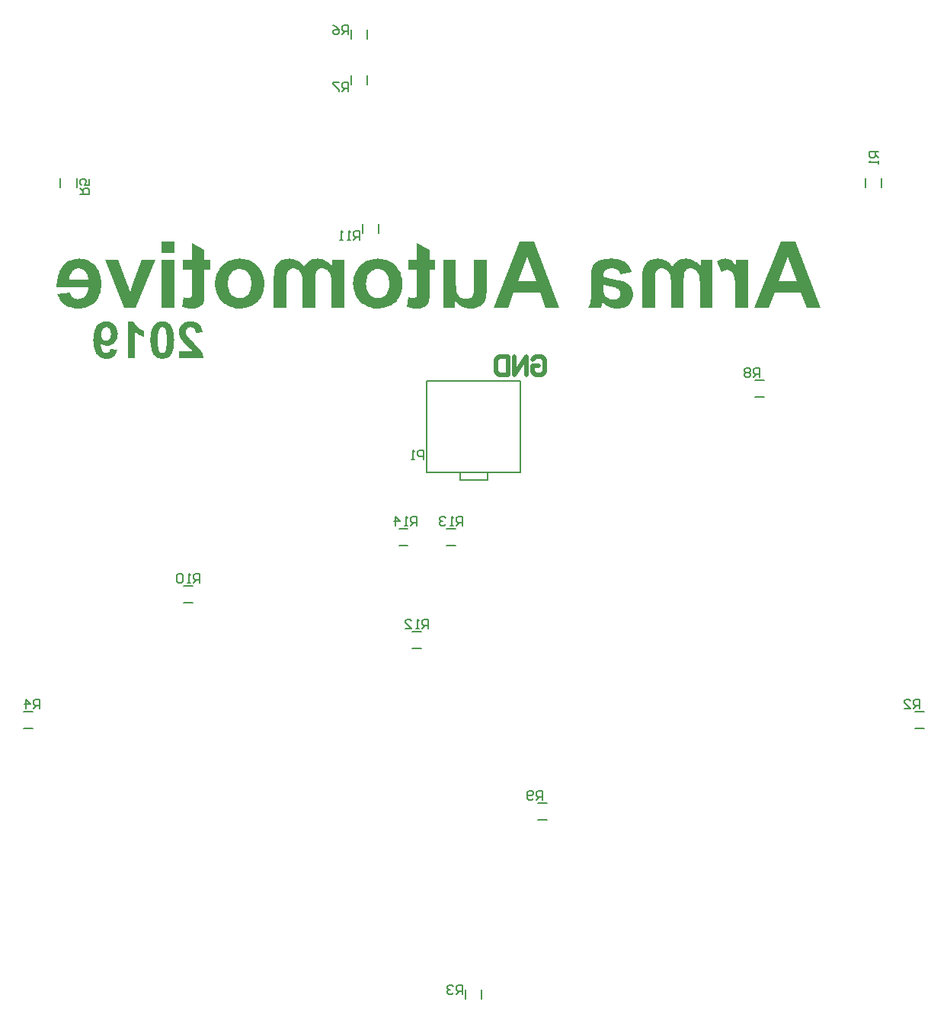
<source format=gbo>
G04*
G04 #@! TF.GenerationSoftware,Altium Limited,Altium Designer,18.1.7 (191)*
G04*
G04 Layer_Color=32896*
%FSLAX44Y44*%
%MOMM*%
G71*
G01*
G75*
%ADD10C,0.2000*%
%ADD14C,0.2032*%
%ADD46C,0.5080*%
G36*
X-332470Y264573D02*
X-346543D01*
X-346543Y277589D01*
X-332470D01*
X-332470Y264573D01*
D02*
G37*
G36*
X237881Y258542D02*
X239574Y258330D01*
X241161Y257907D01*
X242748Y257378D01*
X245499Y256002D01*
X246769Y255156D01*
X247933Y254415D01*
X248991Y253674D01*
X249944Y252828D01*
X250684Y252193D01*
X251319Y251558D01*
X251848Y250923D01*
X252272Y250500D01*
X252483Y250288D01*
X252589Y250182D01*
Y257484D01*
X265499D01*
Y204364D01*
X251425D01*
Y230077D01*
Y232723D01*
X251213Y235051D01*
X251108Y236850D01*
X250896Y238437D01*
X250684Y239495D01*
X250579Y240341D01*
X250367Y240871D01*
Y240976D01*
X249838Y242140D01*
X249309Y243199D01*
X248674Y244045D01*
X248039Y244786D01*
X247510Y245315D01*
X247087Y245738D01*
X246769Y245950D01*
X246663Y246056D01*
X245605Y246691D01*
X244653Y247114D01*
X243701Y247431D01*
X242748Y247643D01*
X242008Y247749D01*
X241373Y247854D01*
X239891D01*
X239045Y247643D01*
X238304Y247537D01*
X237669Y247325D01*
X237246Y247114D01*
X236928Y246902D01*
X236717Y246796D01*
X236611Y246691D01*
X236082Y246267D01*
X235553Y245738D01*
X234812Y244574D01*
X234600Y244151D01*
X234389Y243728D01*
X234283Y243410D01*
Y243304D01*
X234177Y242881D01*
X233965Y242246D01*
X233754Y240765D01*
X233648Y239178D01*
X233542Y237484D01*
X233436Y235897D01*
Y234627D01*
Y234098D01*
Y233675D01*
Y233463D01*
Y233358D01*
Y204364D01*
X219363D01*
Y229760D01*
Y232405D01*
X219151Y234627D01*
X219045Y236532D01*
X218834Y238119D01*
X218622Y239283D01*
X218516Y240130D01*
X218305Y240553D01*
Y240765D01*
X217775Y242035D01*
X217246Y243093D01*
X216612Y243939D01*
X215977Y244680D01*
X215448Y245315D01*
X215024Y245738D01*
X214707Y245950D01*
X214601Y246056D01*
X213649Y246691D01*
X212591Y247114D01*
X211638Y247431D01*
X210792Y247643D01*
X210051Y247749D01*
X209522Y247854D01*
X208993D01*
X207617Y247749D01*
X206347Y247431D01*
X205289Y246902D01*
X204443Y246373D01*
X203808Y245738D01*
X203384Y245315D01*
X203067Y244892D01*
X202961Y244786D01*
X202750Y244257D01*
X202432Y243728D01*
X202115Y242246D01*
X201797Y240553D01*
X201691Y238860D01*
X201586Y237273D01*
X201480Y235897D01*
Y235368D01*
Y234945D01*
Y234733D01*
Y234627D01*
Y204364D01*
X187406D01*
Y238225D01*
X187512Y240871D01*
X187618Y243199D01*
X187829Y245103D01*
X188147Y246585D01*
X188464Y247749D01*
X188676Y248595D01*
X188782Y249124D01*
X188888Y249230D01*
X189734Y250923D01*
X190686Y252299D01*
X191745Y253463D01*
X192697Y254521D01*
X193649Y255262D01*
X194390Y255791D01*
X194813Y256108D01*
X195025Y256214D01*
X196612Y257061D01*
X198305Y257590D01*
X199893Y258013D01*
X201480Y258330D01*
X202855Y258542D01*
X203914Y258648D01*
X204866D01*
X206559Y258542D01*
X208146Y258330D01*
X209628Y258013D01*
X210898Y257590D01*
X211956Y257166D01*
X212802Y256849D01*
X213331Y256637D01*
X213543Y256531D01*
X215024Y255685D01*
X216400Y254627D01*
X217670Y253569D01*
X218834Y252510D01*
X219786Y251558D01*
X220421Y250817D01*
X220844Y250288D01*
X221056Y250077D01*
X222008Y251558D01*
X223066Y252934D01*
X224125Y253992D01*
X225077Y254944D01*
X225923Y255685D01*
X226664Y256108D01*
X227087Y256426D01*
X227299Y256531D01*
X228780Y257272D01*
X230262Y257801D01*
X231743Y258119D01*
X233119Y258436D01*
X234283Y258542D01*
X235235Y258648D01*
X236082D01*
X237881Y258542D01*
D02*
G37*
G36*
X-171523Y258542D02*
X-169830Y258330D01*
X-168243Y257907D01*
X-166655Y257378D01*
X-163904Y256002D01*
X-162634Y255156D01*
X-161470Y254415D01*
X-160412Y253674D01*
X-159460Y252828D01*
X-158719Y252193D01*
X-158084Y251558D01*
X-157555Y250923D01*
X-157132Y250500D01*
X-156920Y250288D01*
X-156814Y250182D01*
Y257484D01*
X-143905D01*
Y204364D01*
X-157978D01*
Y230077D01*
Y232723D01*
X-158190Y235051D01*
X-158296Y236849D01*
X-158508Y238437D01*
X-158719Y239495D01*
X-158825Y240341D01*
X-159037Y240870D01*
Y240976D01*
X-159566Y242140D01*
X-160095Y243199D01*
X-160730Y244045D01*
X-161365Y244786D01*
X-161894Y245315D01*
X-162317Y245738D01*
X-162634Y245950D01*
X-162740Y246056D01*
X-163798Y246690D01*
X-164751Y247114D01*
X-165703Y247431D01*
X-166655Y247643D01*
X-167396Y247749D01*
X-168031Y247854D01*
X-169513D01*
X-170359Y247643D01*
X-171100Y247537D01*
X-171735Y247325D01*
X-172158Y247114D01*
X-172475Y246902D01*
X-172687Y246796D01*
X-172793Y246690D01*
X-173322Y246267D01*
X-173851Y245738D01*
X-174592Y244574D01*
X-174803Y244151D01*
X-175015Y243728D01*
X-175121Y243410D01*
Y243304D01*
X-175227Y242881D01*
X-175438Y242246D01*
X-175650Y240765D01*
X-175756Y239177D01*
X-175861Y237484D01*
X-175967Y235897D01*
Y234627D01*
Y234098D01*
Y233675D01*
Y233463D01*
Y233358D01*
Y204364D01*
X-190041D01*
Y229760D01*
Y232405D01*
X-190252Y234627D01*
X-190358Y236532D01*
X-190570Y238119D01*
X-190782Y239283D01*
X-190887Y240130D01*
X-191099Y240553D01*
Y240765D01*
X-191628Y242034D01*
X-192157Y243093D01*
X-192792Y243939D01*
X-193427Y244680D01*
X-193956Y245315D01*
X-194379Y245738D01*
X-194697Y245950D01*
X-194803Y246056D01*
X-195755Y246690D01*
X-196813Y247114D01*
X-197766Y247431D01*
X-198612Y247643D01*
X-199353Y247749D01*
X-199882Y247854D01*
X-200411D01*
X-201786Y247749D01*
X-203056Y247431D01*
X-204114Y246902D01*
X-204961Y246373D01*
X-205596Y245738D01*
X-206019Y245315D01*
X-206337Y244892D01*
X-206442Y244786D01*
X-206654Y244257D01*
X-206971Y243728D01*
X-207289Y242246D01*
X-207606Y240553D01*
X-207712Y238860D01*
X-207818Y237273D01*
X-207924Y235897D01*
Y235368D01*
Y234945D01*
Y234733D01*
Y234627D01*
Y204364D01*
X-221997D01*
Y238225D01*
X-221892Y240870D01*
X-221786Y243199D01*
X-221574Y245103D01*
X-221257Y246585D01*
X-220939Y247749D01*
X-220728Y248595D01*
X-220622Y249124D01*
X-220516Y249230D01*
X-219669Y250923D01*
X-218717Y252299D01*
X-217659Y253463D01*
X-216707Y254521D01*
X-215754Y255262D01*
X-215014Y255791D01*
X-214590Y256108D01*
X-214379Y256214D01*
X-212791Y257060D01*
X-211098Y257589D01*
X-209511Y258013D01*
X-207924Y258330D01*
X-206548Y258542D01*
X-205490Y258648D01*
X-204538D01*
X-202845Y258542D01*
X-201257Y258330D01*
X-199776Y258013D01*
X-198506Y257589D01*
X-197448Y257166D01*
X-196602Y256849D01*
X-196072Y256637D01*
X-195861Y256531D01*
X-194379Y255685D01*
X-193004Y254627D01*
X-191734Y253568D01*
X-190570Y252510D01*
X-189618Y251558D01*
X-188983Y250817D01*
X-188559Y250288D01*
X-188348Y250077D01*
X-187395Y251558D01*
X-186337Y252934D01*
X-185279Y253992D01*
X-184327Y254944D01*
X-183480Y255685D01*
X-182740Y256108D01*
X-182316Y256425D01*
X-182105Y256531D01*
X-180623Y257272D01*
X-179142Y257801D01*
X-177660Y258119D01*
X-176285Y258436D01*
X-175121Y258542D01*
X-174168Y258648D01*
X-173322D01*
X-171523Y258542D01*
D02*
G37*
G36*
X156402Y258436D02*
X158095Y258330D01*
X159577Y258013D01*
X161058Y257801D01*
X162328Y257484D01*
X163492Y257061D01*
X164550Y256743D01*
X165396Y256426D01*
X166243Y256002D01*
X166878Y255685D01*
X167513Y255473D01*
X167936Y255156D01*
X168253Y255050D01*
X168359Y254838D01*
X168465D01*
X170264Y253251D01*
X171745Y251452D01*
X173015Y249548D01*
X174073Y247749D01*
X174814Y246056D01*
X175131Y245315D01*
X175343Y244680D01*
X175555Y244151D01*
X175661Y243728D01*
X175766Y243516D01*
Y243410D01*
X163174Y241082D01*
X162645Y242352D01*
X162116Y243410D01*
X161587Y244363D01*
X160952Y245103D01*
X160529Y245632D01*
X160106Y245950D01*
X159894Y246161D01*
X159788Y246267D01*
X158942Y246796D01*
X157989Y247220D01*
X156931Y247431D01*
X155979Y247643D01*
X155132Y247749D01*
X154497Y247854D01*
X153862D01*
X151958Y247749D01*
X150371Y247537D01*
X149101Y247325D01*
X148042Y247008D01*
X147302Y246585D01*
X146773Y246373D01*
X146455Y246161D01*
X146349Y246056D01*
X145609Y245315D01*
X145080Y244468D01*
X144762Y243516D01*
X144445Y242564D01*
X144339Y241611D01*
X144233Y240871D01*
Y240447D01*
Y240236D01*
Y238860D01*
X144974Y238543D01*
X145926Y238225D01*
X147937Y237590D01*
X150265Y237061D01*
X152487Y236532D01*
X154603Y236003D01*
X155555Y235791D01*
X156402Y235686D01*
X157037Y235580D01*
X157566Y235474D01*
X157884Y235368D01*
X157989D01*
X160529Y234839D01*
X162857Y234310D01*
X164762Y233781D01*
X166349Y233252D01*
X167619Y232723D01*
X168465Y232405D01*
X168994Y232194D01*
X169206Y232088D01*
X170581Y231347D01*
X171745Y230501D01*
X172804Y229548D01*
X173544Y228702D01*
X174285Y227961D01*
X174708Y227326D01*
X175026Y226903D01*
X175131Y226691D01*
X175872Y225316D01*
X176401Y223940D01*
X176719Y222670D01*
X176930Y221400D01*
X177142Y220342D01*
X177248Y219496D01*
Y218967D01*
Y218755D01*
X177142Y217485D01*
X177036Y216321D01*
X176507Y214099D01*
X175766Y212194D01*
X174920Y210607D01*
X174073Y209337D01*
X173333Y208385D01*
X172804Y207750D01*
X172592Y207644D01*
Y207538D01*
X170687Y206057D01*
X168571Y204999D01*
X166455Y204258D01*
X164338Y203729D01*
X162539Y203412D01*
X161693Y203306D01*
X161058D01*
X160423Y203200D01*
X159682D01*
X157989Y203306D01*
X156296Y203517D01*
X154815Y203729D01*
X153545Y204046D01*
X152487Y204364D01*
X151640Y204681D01*
X151111Y204787D01*
X150900Y204893D01*
X149418Y205634D01*
X147937Y206374D01*
X146667Y207327D01*
X145503Y208173D01*
X144551Y208914D01*
X143810Y209549D01*
X143387Y209972D01*
X143175Y210078D01*
X143069Y209655D01*
X142858Y209126D01*
X142752Y208702D01*
X142646Y208597D01*
Y208491D01*
X142328Y207538D01*
X142117Y206692D01*
X141905Y205951D01*
X141693Y205422D01*
X141482Y204999D01*
X141376Y204576D01*
X141270Y204470D01*
Y204364D01*
X127408D01*
X128043Y205739D01*
X128572Y207009D01*
X128996Y208173D01*
X129419Y209231D01*
X129630Y210078D01*
X129842Y210819D01*
X129948Y211242D01*
Y211348D01*
X130160Y212723D01*
X130265Y214417D01*
X130477Y216110D01*
Y217803D01*
X130583Y219284D01*
Y220554D01*
Y221083D01*
Y221400D01*
Y221612D01*
Y221718D01*
X130371Y238119D01*
Y239812D01*
X130477Y241294D01*
X130583Y242670D01*
X130689Y243939D01*
X130794Y245103D01*
X131006Y246161D01*
X131112Y247114D01*
X131323Y247854D01*
X131535Y248595D01*
X131641Y249124D01*
X131958Y250077D01*
X132170Y250500D01*
X132276Y250711D01*
X133122Y251875D01*
X134075Y253039D01*
X135133Y253992D01*
X136297Y254838D01*
X137249Y255473D01*
X138096Y255896D01*
X138625Y256214D01*
X138731Y256320D01*
X138836D01*
X139789Y256743D01*
X140741Y257061D01*
X142963Y257695D01*
X145291Y258119D01*
X147513Y258330D01*
X149630Y258542D01*
X150476D01*
X151217Y258648D01*
X154709D01*
X156402Y258436D01*
D02*
G37*
G36*
X-375431Y204364D02*
X-388129D01*
X-409187Y257484D01*
X-394796D01*
X-384637Y230289D01*
X-384002Y228702D01*
X-383579Y227220D01*
X-383367Y226691D01*
X-383262Y226268D01*
X-383156Y225950D01*
Y225845D01*
X-383050Y225315D01*
X-382838Y224681D01*
X-382309Y223093D01*
X-382098Y222458D01*
X-381886Y221824D01*
X-381780Y221400D01*
X-381674Y221294D01*
X-378817Y230289D01*
X-368765Y257484D01*
X-354056D01*
X-375431Y204364D01*
D02*
G37*
G36*
X-48988Y268065D02*
Y257484D01*
X-42533D01*
Y246267D01*
X-48988D01*
Y223093D01*
Y221718D01*
Y220554D01*
Y219390D01*
X-49093Y218438D01*
Y216744D01*
X-49199Y215369D01*
X-49305Y214311D01*
Y213676D01*
X-49411Y213253D01*
Y213147D01*
X-49623Y211983D01*
X-49940Y210924D01*
X-50257Y209972D01*
X-50575Y209231D01*
X-50892Y208597D01*
X-51104Y208173D01*
X-51210Y207856D01*
X-51316Y207750D01*
X-51950Y207009D01*
X-52691Y206374D01*
X-54173Y205316D01*
X-54808Y204999D01*
X-55337Y204681D01*
X-55760Y204576D01*
X-55866Y204470D01*
X-57030Y204046D01*
X-58194Y203729D01*
X-59358Y203517D01*
X-60416Y203412D01*
X-61368Y203306D01*
X-62109Y203200D01*
X-62744D01*
X-64966Y203306D01*
X-67082Y203517D01*
X-68987Y203835D01*
X-70574Y204258D01*
X-71950Y204576D01*
X-73008Y204893D01*
X-73643Y205105D01*
X-73749Y205210D01*
X-73854D01*
X-72585Y216110D01*
X-71315Y215686D01*
X-70151Y215369D01*
X-69198Y215157D01*
X-68352Y215051D01*
X-67717Y214946D01*
X-67294Y214840D01*
X-66871D01*
X-65918Y214946D01*
X-65177Y215157D01*
X-64754Y215369D01*
X-64543Y215475D01*
X-63908Y216110D01*
X-63590Y216639D01*
X-63379Y217062D01*
X-63273Y217274D01*
Y217485D01*
X-63167Y217908D01*
Y218861D01*
Y220131D01*
X-63061Y221400D01*
Y222670D01*
Y223728D01*
Y224152D01*
Y224469D01*
Y224681D01*
Y224786D01*
Y246267D01*
X-72691D01*
Y257484D01*
X-63061D01*
Y276319D01*
X-48988Y268065D01*
D02*
G37*
G36*
X-299138Y268065D02*
Y257484D01*
X-292683D01*
Y246267D01*
X-299138D01*
Y223093D01*
Y221718D01*
Y220554D01*
Y219390D01*
X-299243Y218437D01*
Y216744D01*
X-299349Y215369D01*
X-299455Y214311D01*
Y213676D01*
X-299561Y213252D01*
Y213147D01*
X-299772Y211983D01*
X-300090Y210924D01*
X-300407Y209972D01*
X-300725Y209231D01*
X-301042Y208596D01*
X-301254Y208173D01*
X-301360Y207856D01*
X-301465Y207750D01*
X-302100Y207009D01*
X-302841Y206374D01*
X-304323Y205316D01*
X-304958Y204999D01*
X-305487Y204681D01*
X-305910Y204576D01*
X-306016Y204470D01*
X-307180Y204046D01*
X-308344Y203729D01*
X-309508Y203517D01*
X-310566Y203412D01*
X-311518Y203306D01*
X-312259Y203200D01*
X-312894D01*
X-315116Y203306D01*
X-317232Y203517D01*
X-319137Y203835D01*
X-320724Y204258D01*
X-322100Y204576D01*
X-323158Y204893D01*
X-323793Y205105D01*
X-323899Y205210D01*
X-324004D01*
X-322735Y216110D01*
X-321465Y215686D01*
X-320301Y215369D01*
X-319349Y215157D01*
X-318502Y215051D01*
X-317867Y214946D01*
X-317444Y214840D01*
X-317020D01*
X-316068Y214946D01*
X-315327Y215157D01*
X-314904Y215369D01*
X-314693Y215475D01*
X-314058Y216110D01*
X-313740Y216639D01*
X-313529Y217062D01*
X-313423Y217274D01*
Y217485D01*
X-313317Y217908D01*
Y218861D01*
Y220131D01*
X-313211Y221400D01*
Y222670D01*
Y223728D01*
Y224151D01*
Y224469D01*
Y224681D01*
Y224786D01*
Y246267D01*
X-322840D01*
Y257484D01*
X-313211D01*
Y276319D01*
X-299138Y268065D01*
D02*
G37*
G36*
X14502Y223834D02*
X14396Y221189D01*
X14185Y218861D01*
X13867Y216850D01*
X13550Y215157D01*
X13232Y213782D01*
X12915Y212829D01*
X12703Y212300D01*
X12598Y212089D01*
X11751Y210607D01*
X10799Y209231D01*
X9846Y208173D01*
X8788Y207221D01*
X7942Y206480D01*
X7095Y205951D01*
X6672Y205634D01*
X6460Y205528D01*
X4873Y204787D01*
X3180Y204152D01*
X1593Y203729D01*
X5Y203517D01*
X-1264Y203306D01*
X-2217Y203200D01*
X-3169D01*
X-5074Y203306D01*
X-6873Y203517D01*
X-8566Y203941D01*
X-10047Y204364D01*
X-11317Y204787D01*
X-12269Y205210D01*
X-12904Y205422D01*
X-13116Y205528D01*
X-14809Y206480D01*
X-16290Y207644D01*
X-17666Y208702D01*
X-18724Y209866D01*
X-19677Y210819D01*
X-20311Y211559D01*
X-20735Y212089D01*
X-20840Y212300D01*
Y204364D01*
X-33856D01*
Y257484D01*
X-19782D01*
Y235051D01*
Y233040D01*
Y231241D01*
X-19677Y229548D01*
X-19571Y228067D01*
Y226691D01*
X-19465Y225527D01*
X-19359Y224575D01*
X-19253Y223622D01*
X-19147Y222882D01*
X-19042Y222353D01*
X-18936Y221824D01*
Y221400D01*
X-18724Y220871D01*
Y220765D01*
X-18301Y219707D01*
X-17666Y218755D01*
X-17031Y218014D01*
X-16396Y217274D01*
X-15761Y216639D01*
X-15232Y216215D01*
X-14915Y216004D01*
X-14809Y215898D01*
X-13751Y215263D01*
X-12587Y214840D01*
X-11529Y214417D01*
X-10470Y214205D01*
X-9624Y214099D01*
X-8989Y213993D01*
X-8354D01*
X-7190Y214099D01*
X-6238Y214205D01*
X-5285Y214417D01*
X-4545Y214734D01*
X-3910Y214946D01*
X-3487Y215157D01*
X-3169Y215263D01*
X-3063Y215369D01*
X-2323Y216004D01*
X-1794Y216639D01*
X-1264Y217274D01*
X-947Y217908D01*
X-630Y218543D01*
X-418Y218967D01*
X-312Y219284D01*
Y219390D01*
X-206Y219919D01*
X-100Y220660D01*
X5Y221612D01*
X111Y222564D01*
X217Y224786D01*
X323Y227220D01*
X429Y229442D01*
Y230395D01*
Y231241D01*
Y231982D01*
Y232511D01*
Y232934D01*
Y233040D01*
Y257484D01*
X14502D01*
Y223834D01*
D02*
G37*
G36*
X-436170Y258542D02*
X-434371Y258330D01*
X-432572Y257907D01*
X-430985Y257484D01*
X-429398Y256955D01*
X-428022Y256320D01*
X-426646Y255579D01*
X-425482Y254944D01*
X-424424Y254203D01*
X-423472Y253463D01*
X-422625Y252828D01*
X-421990Y252299D01*
X-421461Y251875D01*
X-421038Y251452D01*
X-420826Y251241D01*
X-420721Y251135D01*
X-419557Y249653D01*
X-418498Y248066D01*
X-417546Y246479D01*
X-416700Y244786D01*
X-416065Y242987D01*
X-415536Y241294D01*
X-414689Y238013D01*
X-414372Y236426D01*
X-414160Y235051D01*
X-414054Y233781D01*
X-413948Y232723D01*
X-413843Y231770D01*
Y231030D01*
Y230606D01*
Y230501D01*
X-413948Y228490D01*
X-414054Y226479D01*
X-414372Y224681D01*
X-414689Y222987D01*
X-415006Y221294D01*
X-415536Y219813D01*
X-415959Y218437D01*
X-416488Y217168D01*
X-416911Y216004D01*
X-417440Y215051D01*
X-417864Y214205D01*
X-418181Y213464D01*
X-418604Y212935D01*
X-418816Y212512D01*
X-418922Y212300D01*
X-419028Y212194D01*
X-420403Y210607D01*
X-421779Y209231D01*
X-423366Y208067D01*
X-425059Y207009D01*
X-426752Y206163D01*
X-428445Y205422D01*
X-430138Y204787D01*
X-431831Y204364D01*
X-433313Y203941D01*
X-434794Y203729D01*
X-436170Y203517D01*
X-437334Y203306D01*
X-438286D01*
X-438921Y203200D01*
X-439556D01*
X-442625Y203412D01*
X-445482Y203835D01*
X-447915Y204470D01*
X-450032Y205210D01*
X-450984Y205634D01*
X-451725Y205951D01*
X-452466Y206269D01*
X-452995Y206586D01*
X-453418Y206903D01*
X-453841Y207009D01*
X-453947Y207221D01*
X-454053D01*
X-456063Y208914D01*
X-457862Y210713D01*
X-459344Y212723D01*
X-460508Y214628D01*
X-461460Y216321D01*
X-461777Y217062D01*
X-462095Y217697D01*
X-462307Y218226D01*
X-462518Y218649D01*
X-462624Y218861D01*
Y218967D01*
X-448656Y221294D01*
X-448127Y219919D01*
X-447598Y218649D01*
X-447069Y217697D01*
X-446434Y216850D01*
X-446011Y216215D01*
X-445588Y215792D01*
X-445270Y215580D01*
X-445164Y215474D01*
X-444318Y214840D01*
X-443365Y214416D01*
X-442413Y214099D01*
X-441567Y213887D01*
X-440826Y213782D01*
X-440191Y213676D01*
X-439662D01*
X-437969Y213782D01*
X-436381Y214205D01*
X-434900Y214734D01*
X-433736Y215369D01*
X-432784Y216004D01*
X-432149Y216533D01*
X-431620Y216956D01*
X-431514Y217062D01*
X-430456Y218437D01*
X-429715Y220025D01*
X-429080Y221718D01*
X-428657Y223199D01*
X-428445Y224681D01*
X-428339Y225739D01*
X-428234Y226162D01*
Y226479D01*
Y226691D01*
Y226797D01*
X-463365D01*
Y229760D01*
X-463153Y232405D01*
X-462836Y234945D01*
X-462412Y237273D01*
X-461883Y239495D01*
X-461354Y241400D01*
X-460719Y243198D01*
X-460084Y244786D01*
X-459449Y246161D01*
X-458815Y247431D01*
X-458285Y248384D01*
X-457756Y249230D01*
X-457333Y249865D01*
X-457016Y250394D01*
X-456804Y250606D01*
X-456698Y250711D01*
X-455428Y252087D01*
X-453947Y253357D01*
X-452466Y254415D01*
X-450984Y255261D01*
X-449397Y256108D01*
X-447810Y256743D01*
X-446328Y257272D01*
X-444847Y257695D01*
X-443471Y258013D01*
X-442201Y258224D01*
X-441037Y258436D01*
X-440085Y258542D01*
X-439239Y258648D01*
X-438074D01*
X-436170Y258542D01*
D02*
G37*
G36*
X385494Y204364D02*
X369834D01*
X363802Y220977D01*
X334385D01*
X328036Y204364D01*
X312058Y204364D01*
X341475Y277589D01*
X357136D01*
X385494Y204364D01*
D02*
G37*
G36*
X281160Y258542D02*
X282218Y258436D01*
X283276Y258119D01*
X284122Y257801D01*
X284863Y257484D01*
X285498Y257272D01*
X285816Y257061D01*
X285921Y256955D01*
X286980Y256214D01*
X287932Y255156D01*
X288990Y253992D01*
X289837Y252828D01*
X290683Y251664D01*
X291318Y250711D01*
X291741Y250077D01*
X291847Y249971D01*
Y257484D01*
X304862D01*
Y204364D01*
X290789D01*
Y220660D01*
Y223093D01*
Y225316D01*
X290683Y227326D01*
X290577Y229125D01*
Y230818D01*
X290471Y232194D01*
X290366Y233569D01*
X290260Y234627D01*
X290154Y235580D01*
X290048Y236426D01*
X289942Y237061D01*
Y237590D01*
X289837Y237908D01*
X289731Y238225D01*
Y238437D01*
X289307Y239918D01*
X288778Y241188D01*
X288249Y242246D01*
X287720Y242987D01*
X287297Y243622D01*
X286874Y244045D01*
X286662Y244257D01*
X286556Y244363D01*
X285710Y244892D01*
X284863Y245315D01*
X284017Y245632D01*
X283276Y245844D01*
X282641Y245950D01*
X282006Y246056D01*
X281583D01*
X280419Y245950D01*
X279255Y245738D01*
X278197Y245315D01*
X277139Y244892D01*
X276292Y244468D01*
X275657Y244045D01*
X275128Y243834D01*
X275022Y243728D01*
X270578Y255896D01*
X272271Y256849D01*
X273858Y257484D01*
X275445Y258013D01*
X276927Y258330D01*
X278091Y258542D01*
X279043Y258648D01*
X279890D01*
X281160Y258542D01*
D02*
G37*
G36*
X95452Y204364D02*
X79791D01*
X73759Y220977D01*
X44342D01*
X37994Y204364D01*
X22015Y204364D01*
X51432Y277589D01*
X67093D01*
X95452Y204364D01*
D02*
G37*
G36*
X-332470Y204364D02*
X-346543D01*
Y257484D01*
X-332470D01*
Y204364D01*
D02*
G37*
G36*
X-103589Y258542D02*
X-100943Y258119D01*
X-98510Y257590D01*
X-96393Y256955D01*
X-95547Y256531D01*
X-94700Y256214D01*
X-93960Y256002D01*
X-93431Y255685D01*
X-92901Y255473D01*
X-92584Y255262D01*
X-92372Y255156D01*
X-92267D01*
X-90044Y253674D01*
X-88140Y252087D01*
X-86447Y250394D01*
X-85071Y248807D01*
X-84013Y247325D01*
X-83166Y246161D01*
X-82849Y245738D01*
X-82743Y245421D01*
X-82531Y245209D01*
Y245103D01*
X-81367Y242669D01*
X-80627Y240236D01*
X-79992Y238013D01*
X-79569Y236003D01*
X-79357Y234204D01*
X-79251Y233463D01*
Y232829D01*
X-79145Y232405D01*
Y231982D01*
Y231770D01*
Y231665D01*
X-79251Y228384D01*
X-79674Y225316D01*
X-80203Y222670D01*
X-80521Y221506D01*
X-80838Y220448D01*
X-81156Y219496D01*
X-81473Y218649D01*
X-81791Y217908D01*
X-82002Y217274D01*
X-82214Y216744D01*
X-82426Y216427D01*
X-82531Y216215D01*
Y216110D01*
X-84013Y213887D01*
X-85600Y211983D01*
X-87293Y210290D01*
X-88880Y208914D01*
X-90362Y207856D01*
X-91526Y207115D01*
X-91949Y206798D01*
X-92267Y206586D01*
X-92478Y206480D01*
X-92584D01*
X-95124Y205422D01*
X-97557Y204576D01*
X-99885Y204046D01*
X-102107Y203623D01*
X-103906Y203412D01*
X-104647Y203306D01*
X-105282D01*
X-105811Y203200D01*
X-106552D01*
X-108774Y203306D01*
X-110784Y203517D01*
X-112795Y203941D01*
X-114594Y204470D01*
X-116393Y204999D01*
X-117980Y205634D01*
X-119461Y206374D01*
X-120837Y207115D01*
X-122001Y207856D01*
X-123059Y208596D01*
X-124011Y209231D01*
X-124752Y209760D01*
X-125387Y210290D01*
X-125810Y210713D01*
X-126022Y210924D01*
X-126128Y211030D01*
X-127503Y212618D01*
X-128667Y214205D01*
X-129726Y215792D01*
X-130678Y217485D01*
X-131419Y219178D01*
X-132053Y220871D01*
X-132583Y222458D01*
X-133006Y224046D01*
X-133323Y225421D01*
X-133535Y226797D01*
X-133747Y227961D01*
X-133852Y229019D01*
X-133958Y229866D01*
Y230501D01*
Y230924D01*
Y231030D01*
X-133852Y233252D01*
X-133641Y235368D01*
X-133217Y237273D01*
X-132794Y239177D01*
X-132159Y240870D01*
X-131524Y242564D01*
X-130784Y244045D01*
X-130149Y245421D01*
X-129408Y246585D01*
X-128667Y247749D01*
X-128033Y248595D01*
X-127398Y249442D01*
X-126974Y249971D01*
X-126551Y250500D01*
X-126339Y250711D01*
X-126234Y250817D01*
X-124752Y252193D01*
X-123165Y253357D01*
X-121578Y254415D01*
X-119885Y255367D01*
X-118191Y256108D01*
X-116604Y256743D01*
X-115017Y257272D01*
X-113430Y257695D01*
X-112054Y258013D01*
X-110679Y258225D01*
X-109515Y258436D01*
X-108456Y258542D01*
X-107610Y258648D01*
X-106446D01*
X-103589Y258542D01*
D02*
G37*
G36*
X-257129Y258542D02*
X-254483Y258119D01*
X-252049Y257589D01*
X-249933Y256955D01*
X-249086Y256531D01*
X-248240Y256214D01*
X-247499Y256002D01*
X-246970Y255685D01*
X-246441Y255473D01*
X-246124Y255262D01*
X-245912Y255156D01*
X-245806D01*
X-243584Y253674D01*
X-241679Y252087D01*
X-239986Y250394D01*
X-238611Y248807D01*
X-237552Y247325D01*
X-236706Y246161D01*
X-236388Y245738D01*
X-236283Y245421D01*
X-236071Y245209D01*
Y245103D01*
X-234907Y242669D01*
X-234166Y240236D01*
X-233531Y238013D01*
X-233108Y236003D01*
X-232896Y234204D01*
X-232791Y233463D01*
Y232829D01*
X-232685Y232405D01*
Y231982D01*
Y231770D01*
Y231665D01*
X-232791Y228384D01*
X-233214Y225315D01*
X-233743Y222670D01*
X-234060Y221506D01*
X-234378Y220448D01*
X-234695Y219496D01*
X-235013Y218649D01*
X-235330Y217908D01*
X-235542Y217274D01*
X-235754Y216744D01*
X-235965Y216427D01*
X-236071Y216215D01*
Y216110D01*
X-237552Y213887D01*
X-239140Y211983D01*
X-240833Y210290D01*
X-242420Y208914D01*
X-243901Y207856D01*
X-245065Y207115D01*
X-245489Y206798D01*
X-245806Y206586D01*
X-246018Y206480D01*
X-246124D01*
X-248663Y205422D01*
X-251097Y204576D01*
X-253425Y204046D01*
X-255647Y203623D01*
X-257446Y203412D01*
X-258187Y203306D01*
X-258822D01*
X-259351Y203200D01*
X-260091D01*
X-262313Y203306D01*
X-264324Y203517D01*
X-266334Y203941D01*
X-268133Y204470D01*
X-269932Y204999D01*
X-271520Y205634D01*
X-273001Y206374D01*
X-274377Y207115D01*
X-275541Y207856D01*
X-276599Y208596D01*
X-277551Y209231D01*
X-278292Y209760D01*
X-278927Y210290D01*
X-279350Y210713D01*
X-279562Y210924D01*
X-279667Y211030D01*
X-281043Y212617D01*
X-282207Y214205D01*
X-283265Y215792D01*
X-284217Y217485D01*
X-284958Y219178D01*
X-285593Y220871D01*
X-286122Y222458D01*
X-286545Y224046D01*
X-286863Y225421D01*
X-287075Y226797D01*
X-287286Y227961D01*
X-287392Y229019D01*
X-287498Y229866D01*
Y230501D01*
Y230924D01*
Y231030D01*
X-287392Y233252D01*
X-287180Y235368D01*
X-286757Y237273D01*
X-286334Y239177D01*
X-285699Y240870D01*
X-285064Y242564D01*
X-284323Y244045D01*
X-283688Y245421D01*
X-282948Y246585D01*
X-282207Y247749D01*
X-281572Y248595D01*
X-280937Y249442D01*
X-280514Y249971D01*
X-280091Y250500D01*
X-279879Y250711D01*
X-279773Y250817D01*
X-278292Y252193D01*
X-276705Y253357D01*
X-275117Y254415D01*
X-273424Y255367D01*
X-271731Y256108D01*
X-270144Y256743D01*
X-268557Y257272D01*
X-266969Y257695D01*
X-265594Y258013D01*
X-264218Y258224D01*
X-263054Y258436D01*
X-261996Y258542D01*
X-261150Y258648D01*
X-259986D01*
X-257129Y258542D01*
D02*
G37*
G36*
X-313655Y188933D02*
X-312714Y188874D01*
X-310892Y188580D01*
X-309364Y188110D01*
X-308659Y187875D01*
X-308012Y187581D01*
X-307424Y187346D01*
X-306954Y187052D01*
X-306484Y186817D01*
X-306131Y186641D01*
X-305837Y186406D01*
X-305661Y186288D01*
X-305544Y186229D01*
X-305485Y186171D01*
X-304838Y185583D01*
X-304251Y184995D01*
X-303722Y184290D01*
X-303251Y183526D01*
X-302546Y181998D01*
X-301958Y180528D01*
X-301782Y179764D01*
X-301606Y179118D01*
X-301429Y178530D01*
X-301371Y178001D01*
X-301253Y177531D01*
Y177237D01*
X-301194Y177002D01*
Y176943D01*
X-308953Y176179D01*
X-309070Y177354D01*
X-309305Y178354D01*
X-309540Y179235D01*
X-309834Y179882D01*
X-310069Y180411D01*
X-310304Y180763D01*
X-310481Y180998D01*
X-310539Y181057D01*
X-311127Y181527D01*
X-311774Y181880D01*
X-312420Y182174D01*
X-313067Y182350D01*
X-313596Y182468D01*
X-314066Y182527D01*
X-314478D01*
X-315359Y182468D01*
X-316123Y182292D01*
X-316770Y182056D01*
X-317358Y181821D01*
X-317769Y181586D01*
X-318121Y181351D01*
X-318298Y181175D01*
X-318357Y181116D01*
X-318827Y180528D01*
X-319179Y179882D01*
X-319415Y179235D01*
X-319591Y178589D01*
X-319708Y178001D01*
X-319767Y177472D01*
Y177178D01*
Y177119D01*
Y177061D01*
X-319708Y176179D01*
X-319532Y175356D01*
X-319238Y174533D01*
X-318944Y173828D01*
X-318650Y173181D01*
X-318357Y172711D01*
X-318180Y172417D01*
X-318121Y172300D01*
X-317886Y171947D01*
X-317534Y171535D01*
X-317064Y171007D01*
X-316593Y170536D01*
X-315535Y169420D01*
X-314478Y168303D01*
X-313419Y167245D01*
X-312949Y166775D01*
X-312479Y166422D01*
X-312126Y166069D01*
X-311891Y165834D01*
X-311715Y165658D01*
X-311656Y165599D01*
X-310481Y164482D01*
X-309423Y163424D01*
X-308424Y162425D01*
X-307542Y161544D01*
X-306719Y160662D01*
X-306014Y159839D01*
X-305367Y159134D01*
X-304838Y158429D01*
X-304368Y157841D01*
X-303957Y157312D01*
X-303604Y156900D01*
X-303369Y156489D01*
X-303134Y156254D01*
X-303016Y156019D01*
X-302899Y155901D01*
Y155843D01*
X-302135Y154491D01*
X-301547Y153080D01*
X-301077Y151787D01*
X-300724Y150611D01*
X-300489Y149553D01*
X-300430Y149142D01*
X-300371Y148789D01*
X-300312Y148496D01*
X-300254Y148260D01*
Y148143D01*
Y148084D01*
X-327584D01*
Y155314D01*
X-312068D01*
X-312538Y156078D01*
X-313067Y156724D01*
X-313302Y157018D01*
X-313478Y157253D01*
X-313596Y157371D01*
X-313655Y157429D01*
X-313890Y157664D01*
X-314125Y157958D01*
X-314830Y158605D01*
X-315594Y159369D01*
X-316358Y160133D01*
X-317122Y160838D01*
X-317769Y161426D01*
X-318004Y161661D01*
X-318180Y161838D01*
X-318298Y161896D01*
X-318357Y161955D01*
X-319650Y163189D01*
X-320708Y164189D01*
X-321589Y165129D01*
X-322295Y165834D01*
X-322824Y166422D01*
X-323176Y166833D01*
X-323411Y167127D01*
X-323470Y167186D01*
X-324234Y168185D01*
X-324881Y169126D01*
X-325410Y170007D01*
X-325821Y170772D01*
X-326174Y171418D01*
X-326409Y171947D01*
X-326526Y172241D01*
X-326585Y172358D01*
X-326938Y173299D01*
X-327173Y174239D01*
X-327349Y175121D01*
X-327467Y175944D01*
X-327526Y176590D01*
X-327584Y177119D01*
Y177472D01*
Y177589D01*
X-327526Y178471D01*
X-327408Y179353D01*
X-327290Y180176D01*
X-327055Y180940D01*
X-326468Y182292D01*
X-325880Y183467D01*
X-325527Y183996D01*
X-325233Y184407D01*
X-324939Y184819D01*
X-324646Y185113D01*
X-324411Y185348D01*
X-324293Y185583D01*
X-324175Y185642D01*
X-324117Y185700D01*
X-323470Y186288D01*
X-322706Y186817D01*
X-322001Y187229D01*
X-321178Y187581D01*
X-319650Y188169D01*
X-318121Y188580D01*
X-317416Y188698D01*
X-316770Y188816D01*
X-316182Y188874D01*
X-315653Y188933D01*
X-315242Y188992D01*
X-314654D01*
X-313655Y188933D01*
D02*
G37*
G36*
X-377485Y187640D02*
X-376721Y186406D01*
X-375898Y185230D01*
X-375075Y184290D01*
X-374370Y183526D01*
X-373723Y182938D01*
X-373488Y182703D01*
X-373312Y182527D01*
X-373194Y182468D01*
X-373135Y182409D01*
X-371842Y181469D01*
X-370608Y180646D01*
X-369491Y179999D01*
X-368492Y179529D01*
X-367669Y179176D01*
X-367082Y178883D01*
X-366847Y178824D01*
X-366670Y178765D01*
X-366611Y178706D01*
X-366553D01*
Y171653D01*
X-368669Y172476D01*
X-370549Y173358D01*
X-371431Y173828D01*
X-372254Y174357D01*
X-373018Y174827D01*
X-373723Y175297D01*
X-374370Y175767D01*
X-374958Y176179D01*
X-375428Y176531D01*
X-375839Y176884D01*
X-376192Y177178D01*
X-376427Y177354D01*
X-376544Y177472D01*
X-376603Y177531D01*
Y148084D01*
X-384420D01*
Y188992D01*
X-378073D01*
X-377485Y187640D01*
D02*
G37*
G36*
X-407461Y188933D02*
X-406520Y188815D01*
X-405580Y188639D01*
X-404698Y188404D01*
X-403875Y188110D01*
X-403111Y187758D01*
X-402347Y187464D01*
X-401759Y187111D01*
X-401171Y186700D01*
X-400643Y186406D01*
X-400231Y186053D01*
X-399820Y185759D01*
X-399526Y185524D01*
X-399349Y185348D01*
X-399232Y185230D01*
X-399173Y185172D01*
X-398527Y184407D01*
X-397998Y183643D01*
X-397469Y182820D01*
X-397057Y181998D01*
X-396704Y181175D01*
X-396411Y180293D01*
X-395999Y178706D01*
X-395823Y178001D01*
X-395705Y177295D01*
X-395647Y176708D01*
X-395588Y176179D01*
X-395529Y175709D01*
Y175415D01*
Y175180D01*
Y175121D01*
X-395588Y174063D01*
X-395705Y173005D01*
X-395823Y172006D01*
X-396058Y171124D01*
X-396352Y170243D01*
X-396646Y169478D01*
X-396940Y168714D01*
X-397292Y168068D01*
X-397586Y167480D01*
X-397880Y166951D01*
X-398174Y166540D01*
X-398468Y166128D01*
X-398703Y165893D01*
X-398820Y165658D01*
X-398938Y165540D01*
X-398997Y165482D01*
X-399643Y164835D01*
X-400349Y164247D01*
X-401054Y163777D01*
X-401759Y163366D01*
X-402464Y163013D01*
X-403111Y162660D01*
X-404404Y162249D01*
X-405521Y161955D01*
X-405991Y161896D01*
X-406403Y161838D01*
X-406755Y161779D01*
X-407225D01*
X-408048Y161838D01*
X-408812Y161955D01*
X-409518Y162073D01*
X-410223Y162308D01*
X-411516Y162837D01*
X-412574Y163483D01*
X-413397Y164130D01*
X-413749Y164424D01*
X-414043Y164659D01*
X-414278Y164894D01*
X-414455Y165070D01*
X-414514Y165129D01*
X-414572Y165188D01*
X-414455Y163953D01*
X-414337Y162778D01*
X-414220Y161720D01*
X-414043Y160780D01*
X-413867Y159957D01*
X-413691Y159193D01*
X-413514Y158546D01*
X-413338Y157958D01*
X-413103Y157429D01*
X-412985Y157018D01*
X-412809Y156665D01*
X-412691Y156430D01*
X-412574Y156195D01*
X-412456Y156077D01*
X-412398Y155960D01*
X-411751Y155255D01*
X-411046Y154726D01*
X-410399Y154314D01*
X-409753Y154079D01*
X-409165Y153903D01*
X-408754Y153844D01*
X-408460Y153785D01*
X-408342D01*
X-407696Y153844D01*
X-407049Y153962D01*
X-406579Y154138D01*
X-406109Y154314D01*
X-405756Y154491D01*
X-405521Y154667D01*
X-405345Y154784D01*
X-405286Y154843D01*
X-404874Y155314D01*
X-404580Y155842D01*
X-404345Y156430D01*
X-404169Y157018D01*
X-403993Y157488D01*
X-403934Y157900D01*
X-403875Y158194D01*
Y158311D01*
X-396352Y157429D01*
X-396528Y156489D01*
X-396763Y155666D01*
X-396998Y154843D01*
X-397292Y154138D01*
X-397586Y153433D01*
X-397880Y152786D01*
X-398233Y152257D01*
X-398527Y151728D01*
X-398879Y151317D01*
X-399114Y150905D01*
X-399408Y150611D01*
X-399643Y150317D01*
X-399820Y150141D01*
X-399996Y149965D01*
X-400055Y149906D01*
X-400113Y149847D01*
X-400701Y149377D01*
X-401289Y149024D01*
X-402582Y148378D01*
X-403816Y147966D01*
X-405051Y147614D01*
X-406167Y147437D01*
X-406638Y147379D01*
X-407049D01*
X-407343Y147320D01*
X-407813D01*
X-409047Y147379D01*
X-410164Y147555D01*
X-411222Y147790D01*
X-412280Y148084D01*
X-413220Y148496D01*
X-414102Y148907D01*
X-414925Y149318D01*
X-415630Y149789D01*
X-416277Y150259D01*
X-416865Y150670D01*
X-417335Y151140D01*
X-417746Y151493D01*
X-418099Y151787D01*
X-418334Y152022D01*
X-418451Y152198D01*
X-418510Y152257D01*
X-419274Y153256D01*
X-419862Y154373D01*
X-420450Y155607D01*
X-420920Y156842D01*
X-421331Y158194D01*
X-421684Y159545D01*
X-421919Y160838D01*
X-422154Y162190D01*
X-422331Y163424D01*
X-422448Y164541D01*
X-422566Y165599D01*
X-422625Y166540D01*
X-422683Y167304D01*
Y167891D01*
Y168068D01*
Y168244D01*
Y168303D01*
Y168362D01*
X-422625Y170360D01*
X-422507Y172182D01*
X-422331Y173887D01*
X-422037Y175473D01*
X-421743Y176884D01*
X-421449Y178177D01*
X-421038Y179353D01*
X-420685Y180411D01*
X-420332Y181292D01*
X-419980Y182056D01*
X-419627Y182703D01*
X-419333Y183232D01*
X-419039Y183643D01*
X-418863Y183937D01*
X-418745Y184114D01*
X-418687Y184172D01*
X-417923Y184995D01*
X-417100Y185759D01*
X-416277Y186406D01*
X-415454Y186935D01*
X-414572Y187405D01*
X-413749Y187816D01*
X-412927Y188110D01*
X-412104Y188404D01*
X-411398Y188580D01*
X-410693Y188757D01*
X-410105Y188874D01*
X-409576Y188933D01*
X-409106D01*
X-408812Y188992D01*
X-408518D01*
X-407461Y188933D01*
D02*
G37*
G36*
X-344982Y188933D02*
X-343983Y188816D01*
X-342984Y188580D01*
X-342102Y188345D01*
X-341279Y187993D01*
X-340515Y187640D01*
X-339869Y187287D01*
X-339222Y186876D01*
X-338693Y186465D01*
X-338164Y186112D01*
X-337753Y185759D01*
X-337459Y185407D01*
X-337165Y185172D01*
X-336988Y184936D01*
X-336871Y184819D01*
X-336812Y184760D01*
X-336107Y183761D01*
X-335519Y182585D01*
X-334990Y181351D01*
X-334520Y180058D01*
X-334167Y178706D01*
X-333815Y177296D01*
X-333579Y175944D01*
X-333344Y174592D01*
X-333227Y173299D01*
X-333109Y172123D01*
X-332992Y171007D01*
X-332933Y170066D01*
X-332874Y169302D01*
Y168714D01*
Y168479D01*
Y168303D01*
Y168244D01*
Y168185D01*
X-332933Y166069D01*
X-333050Y164130D01*
X-333227Y162308D01*
X-333462Y160662D01*
X-333697Y159193D01*
X-333991Y157841D01*
X-334344Y156665D01*
X-334696Y155607D01*
X-334990Y154726D01*
X-335343Y153903D01*
X-335637Y153256D01*
X-335930Y152727D01*
X-336107Y152375D01*
X-336283Y152081D01*
X-336401Y151904D01*
X-336460Y151846D01*
X-337165Y151023D01*
X-337929Y150376D01*
X-338693Y149730D01*
X-339516Y149260D01*
X-340280Y148789D01*
X-341103Y148437D01*
X-341867Y148143D01*
X-342631Y147908D01*
X-343336Y147673D01*
X-343983Y147555D01*
X-344571Y147438D01*
X-345041Y147379D01*
X-345452D01*
X-345805Y147320D01*
X-346040D01*
X-347098Y147379D01*
X-348097Y147496D01*
X-349096Y147731D01*
X-349978Y147966D01*
X-350801Y148260D01*
X-351565Y148613D01*
X-352211Y149024D01*
X-352858Y149436D01*
X-353387Y149789D01*
X-353916Y150200D01*
X-354327Y150553D01*
X-354680Y150847D01*
X-354915Y151082D01*
X-355091Y151317D01*
X-355209Y151434D01*
X-355268Y151493D01*
X-355973Y152492D01*
X-356561Y153668D01*
X-357149Y154902D01*
X-357560Y156254D01*
X-357971Y157606D01*
X-358265Y158958D01*
X-358559Y160368D01*
X-358794Y161720D01*
X-358912Y163013D01*
X-359029Y164189D01*
X-359147Y165305D01*
X-359206Y166246D01*
X-359264Y167010D01*
Y167598D01*
Y167833D01*
Y168009D01*
Y168068D01*
Y168127D01*
X-359206Y170243D01*
X-359088Y172182D01*
X-358912Y173945D01*
X-358618Y175591D01*
X-358324Y177119D01*
X-358030Y178471D01*
X-357619Y179705D01*
X-357266Y180763D01*
X-356913Y181763D01*
X-356561Y182527D01*
X-356208Y183232D01*
X-355914Y183820D01*
X-355620Y184231D01*
X-355444Y184525D01*
X-355326Y184701D01*
X-355268Y184760D01*
X-354621Y185524D01*
X-353916Y186171D01*
X-353152Y186700D01*
X-352388Y187229D01*
X-351624Y187640D01*
X-350859Y187934D01*
X-350154Y188228D01*
X-349390Y188463D01*
X-348685Y188639D01*
X-348097Y188757D01*
X-347509Y188874D01*
X-347039Y188933D01*
X-346628Y188992D01*
X-346040D01*
X-344982Y188933D01*
D02*
G37*
%LPC*%
G36*
X144339Y229760D02*
X144233D01*
Y226903D01*
Y225210D01*
X144339Y223728D01*
X144445Y222564D01*
X144551Y221612D01*
X144656Y220977D01*
X144762Y220448D01*
X144868Y220236D01*
Y220131D01*
X145185Y219178D01*
X145715Y218226D01*
X146244Y217485D01*
X146773Y216744D01*
X147302Y216215D01*
X147725Y215792D01*
X148042Y215581D01*
X148148Y215475D01*
X149418Y214628D01*
X150794Y214099D01*
X151958Y213676D01*
X153122Y213358D01*
X154074Y213147D01*
X154815Y213041D01*
X155450D01*
X156614Y213147D01*
X157778Y213358D01*
X158730Y213676D01*
X159471Y214099D01*
X160211Y214522D01*
X160635Y214840D01*
X160952Y215051D01*
X161058Y215157D01*
X161799Y216004D01*
X162328Y216850D01*
X162645Y217697D01*
X162857Y218543D01*
X163069Y219178D01*
X163174Y219707D01*
Y220131D01*
Y220236D01*
X163069Y221295D01*
X162751Y222247D01*
X162328Y223093D01*
X161799Y223834D01*
X161375Y224363D01*
X160952Y224786D01*
X160635Y224998D01*
X160529Y225104D01*
X159682Y225527D01*
X158624Y226056D01*
X157354Y226480D01*
X156085Y226797D01*
X154815Y227115D01*
X153862Y227326D01*
X153439Y227432D01*
X153122Y227538D01*
X152910D01*
X150794Y227961D01*
X149101Y228384D01*
X147513Y228808D01*
X146349Y229125D01*
X145397Y229442D01*
X144762Y229548D01*
X144339Y229760D01*
D02*
G37*
G36*
X-438180Y247854D02*
X-438921D01*
X-440508Y247749D01*
X-441884Y247325D01*
X-443154Y246796D01*
X-444212Y246267D01*
X-445058Y245632D01*
X-445693Y245103D01*
X-446117Y244680D01*
X-446222Y244574D01*
X-447175Y243304D01*
X-448021Y241823D01*
X-448550Y240236D01*
X-448974Y238754D01*
X-449185Y237484D01*
X-449291Y236320D01*
X-449397Y235897D01*
Y235686D01*
Y235474D01*
Y235368D01*
X-428445D01*
X-428551Y237379D01*
X-428868Y239177D01*
X-429292Y240765D01*
X-429927Y242034D01*
X-430456Y243093D01*
X-430985Y243833D01*
X-431302Y244362D01*
X-431408Y244468D01*
X-432572Y245632D01*
X-433842Y246479D01*
X-435112Y247008D01*
X-436276Y247431D01*
X-437334Y247643D01*
X-438180Y247854D01*
D02*
G37*
G36*
X349411Y260553D02*
X339147Y233358D01*
X359358D01*
X349411Y260553D01*
D02*
G37*
G36*
X59368Y260552D02*
X49104Y233358D01*
X69315D01*
X59368Y260552D01*
D02*
G37*
G36*
X-106023Y247220D02*
X-106552D01*
X-108562Y247008D01*
X-110361Y246585D01*
X-111842Y245844D01*
X-113218Y245103D01*
X-114276Y244363D01*
X-115123Y243622D01*
X-115546Y243199D01*
X-115758Y242987D01*
X-117028Y241294D01*
X-117980Y239283D01*
X-118615Y237273D01*
X-119144Y235368D01*
X-119355Y233675D01*
X-119461Y232829D01*
Y232194D01*
X-119567Y231665D01*
Y231241D01*
Y231030D01*
Y230924D01*
X-119355Y228173D01*
X-118932Y225633D01*
X-118403Y223622D01*
X-117662Y221824D01*
X-116922Y220554D01*
X-116393Y219496D01*
X-115969Y218967D01*
X-115758Y218755D01*
X-114276Y217379D01*
X-112795Y216321D01*
X-111208Y215686D01*
X-109726Y215157D01*
X-108456Y214840D01*
X-107504Y214734D01*
X-107081Y214628D01*
X-106552D01*
X-104541Y214840D01*
X-102742Y215263D01*
X-101155Y215898D01*
X-99885Y216744D01*
X-98721Y217485D01*
X-97875Y218120D01*
X-97451Y218543D01*
X-97240Y218755D01*
X-95970Y220448D01*
X-95124Y222458D01*
X-94489Y224469D01*
X-93960Y226479D01*
X-93748Y228173D01*
X-93642Y228913D01*
Y229654D01*
X-93536Y230183D01*
Y230606D01*
Y230818D01*
Y230924D01*
X-93748Y233675D01*
X-94171Y236109D01*
X-94700Y238225D01*
X-95441Y239918D01*
X-96076Y241188D01*
X-96711Y242246D01*
X-97134Y242775D01*
X-97240Y242987D01*
X-98721Y244363D01*
X-100309Y245421D01*
X-101896Y246161D01*
X-103377Y246691D01*
X-104647Y247008D01*
X-105599Y247114D01*
X-106023Y247220D01*
D02*
G37*
G36*
X-259562Y247220D02*
X-260091D01*
X-262102Y247008D01*
X-263901Y246585D01*
X-265382Y245844D01*
X-266758Y245103D01*
X-267816Y244363D01*
X-268662Y243622D01*
X-269086Y243199D01*
X-269297Y242987D01*
X-270567Y241294D01*
X-271520Y239283D01*
X-272154Y237273D01*
X-272684Y235368D01*
X-272895Y233675D01*
X-273001Y232829D01*
Y232194D01*
X-273107Y231665D01*
Y231241D01*
Y231030D01*
Y230924D01*
X-272895Y228172D01*
X-272472Y225633D01*
X-271943Y223622D01*
X-271202Y221824D01*
X-270461Y220554D01*
X-269932Y219496D01*
X-269509Y218967D01*
X-269297Y218755D01*
X-267816Y217379D01*
X-266334Y216321D01*
X-264747Y215686D01*
X-263266Y215157D01*
X-261996Y214840D01*
X-261044Y214734D01*
X-260620Y214628D01*
X-260091D01*
X-258081Y214840D01*
X-256282Y215263D01*
X-254695Y215898D01*
X-253425Y216744D01*
X-252261Y217485D01*
X-251414Y218120D01*
X-250991Y218543D01*
X-250779Y218755D01*
X-249510Y220448D01*
X-248663Y222458D01*
X-248028Y224469D01*
X-247499Y226479D01*
X-247288Y228173D01*
X-247182Y228913D01*
Y229654D01*
X-247076Y230183D01*
Y230606D01*
Y230818D01*
Y230924D01*
X-247288Y233675D01*
X-247711Y236109D01*
X-248240Y238225D01*
X-248981Y239918D01*
X-249615Y241188D01*
X-250250Y242246D01*
X-250674Y242775D01*
X-250779Y242987D01*
X-252261Y244363D01*
X-253848Y245421D01*
X-255435Y246161D01*
X-256917Y246690D01*
X-258187Y247008D01*
X-259139Y247114D01*
X-259562Y247220D01*
D02*
G37*
G36*
X-407813Y182527D02*
X-408166D01*
X-408989Y182409D01*
X-409753Y182174D01*
X-410458Y181880D01*
X-411046Y181469D01*
X-411516Y181057D01*
X-411869Y180763D01*
X-412104Y180528D01*
X-412163Y180411D01*
X-412750Y179529D01*
X-413162Y178589D01*
X-413514Y177589D01*
X-413691Y176649D01*
X-413808Y175767D01*
X-413926Y175121D01*
Y174827D01*
Y174651D01*
Y174533D01*
Y174474D01*
X-413867Y173240D01*
X-413691Y172182D01*
X-413397Y171300D01*
X-413162Y170536D01*
X-412868Y170007D01*
X-412574Y169596D01*
X-412398Y169302D01*
X-412339Y169243D01*
X-411751Y168655D01*
X-411105Y168244D01*
X-410458Y167891D01*
X-409870Y167715D01*
X-409341Y167598D01*
X-408930Y167539D01*
X-408695Y167480D01*
X-408577D01*
X-407754Y167539D01*
X-406990Y167774D01*
X-406344Y168068D01*
X-405756Y168420D01*
X-405286Y168714D01*
X-404992Y169008D01*
X-404757Y169243D01*
X-404698Y169302D01*
X-404169Y170066D01*
X-403816Y171007D01*
X-403522Y171947D01*
X-403346Y172946D01*
X-403229Y173769D01*
X-403170Y174474D01*
Y174768D01*
Y174944D01*
Y175062D01*
Y175121D01*
X-403229Y176473D01*
X-403405Y177648D01*
X-403640Y178647D01*
X-403875Y179412D01*
X-404110Y179999D01*
X-404345Y180411D01*
X-404522Y180704D01*
X-404580Y180763D01*
X-405168Y181351D01*
X-405756Y181763D01*
X-406344Y182115D01*
X-406931Y182292D01*
X-407402Y182409D01*
X-407813Y182527D01*
D02*
G37*
G36*
X-345805Y182527D02*
X-346040D01*
X-346569Y182468D01*
X-347039Y182409D01*
X-347451Y182233D01*
X-347803Y182056D01*
X-348097Y181880D01*
X-348332Y181763D01*
X-348450Y181645D01*
X-348508Y181586D01*
X-348861Y181175D01*
X-349214Y180646D01*
X-349508Y180058D01*
X-349802Y179470D01*
X-349978Y178883D01*
X-350154Y178412D01*
X-350213Y178118D01*
X-350272Y178060D01*
Y178001D01*
X-350389Y177472D01*
X-350507Y176825D01*
X-350624Y176061D01*
X-350742Y175297D01*
X-350859Y173710D01*
X-350918Y172064D01*
X-350977Y171300D01*
Y170536D01*
X-351036Y169890D01*
Y169302D01*
Y168832D01*
Y168420D01*
Y168185D01*
Y168127D01*
Y166833D01*
X-350977Y165599D01*
Y164482D01*
X-350918Y163483D01*
X-350859Y162543D01*
X-350801Y161720D01*
X-350683Y160956D01*
X-350624Y160309D01*
X-350566Y159722D01*
X-350448Y159251D01*
X-350389Y158840D01*
X-350331Y158487D01*
X-350272Y158252D01*
Y158017D01*
X-350213Y157958D01*
Y157900D01*
X-349978Y157077D01*
X-349684Y156430D01*
X-349390Y155843D01*
X-349155Y155431D01*
X-348920Y155078D01*
X-348685Y154843D01*
X-348567Y154726D01*
X-348508Y154667D01*
X-348097Y154373D01*
X-347686Y154138D01*
X-347274Y154020D01*
X-346863Y153903D01*
X-346569Y153844D01*
X-346275Y153785D01*
X-346040D01*
X-345511Y153844D01*
X-345041Y153903D01*
X-344629Y154079D01*
X-344277Y154256D01*
X-343983Y154373D01*
X-343748Y154549D01*
X-343630Y154608D01*
X-343571Y154667D01*
X-343219Y155078D01*
X-342866Y155607D01*
X-342572Y156195D01*
X-342278Y156783D01*
X-342102Y157312D01*
X-341926Y157782D01*
X-341867Y158076D01*
X-341808Y158194D01*
X-341691Y158781D01*
X-341573Y159428D01*
X-341455Y160133D01*
X-341397Y160897D01*
X-341279Y162543D01*
X-341220Y164189D01*
X-341162Y164953D01*
Y165717D01*
X-341103Y166363D01*
Y166951D01*
Y167421D01*
Y167833D01*
Y168068D01*
Y168127D01*
Y169420D01*
X-341162Y170654D01*
Y171712D01*
X-341220Y172770D01*
X-341279Y173652D01*
X-341338Y174533D01*
X-341397Y175238D01*
X-341514Y175944D01*
X-341573Y176532D01*
X-341632Y177002D01*
X-341691Y177413D01*
X-341749Y177766D01*
X-341808Y178001D01*
Y178236D01*
X-341867Y178295D01*
Y178354D01*
X-342102Y179176D01*
X-342396Y179882D01*
X-342631Y180411D01*
X-342925Y180881D01*
X-343160Y181175D01*
X-343336Y181410D01*
X-343454Y181527D01*
X-343513Y181586D01*
X-343924Y181880D01*
X-344394Y182115D01*
X-344806Y182292D01*
X-345217Y182409D01*
X-345511Y182468D01*
X-345805Y182527D01*
D02*
G37*
%LPD*%
D10*
X-15242Y12700D02*
Y21410D01*
X15240Y12700D02*
X15240Y21410D01*
X-15242Y12700D02*
X15240D01*
X52071Y21410D02*
Y122931D01*
X-52069D02*
X52071D01*
X-52069Y21410D02*
Y122931D01*
Y21410D02*
X52071D01*
X490300Y-263000D02*
X500300D01*
X490300Y-245000D02*
X500300D01*
X-9000Y-563800D02*
Y-553800D01*
X9000Y-563800D02*
Y-553800D01*
X-500300Y-245000D02*
X-490300D01*
X-500300Y-263000D02*
X-490300D01*
X-441114Y337900D02*
Y347900D01*
X-459114Y337900D02*
Y347900D01*
X-118000Y452200D02*
Y462200D01*
X-136000Y452200D02*
Y462200D01*
X312500Y105300D02*
X322500D01*
X312500Y123300D02*
X322500D01*
X71200Y-364600D02*
X81200D01*
X71200Y-346600D02*
X81200D01*
X-322500Y-105300D02*
X-312500D01*
X-322500Y-123300D02*
X-312500D01*
X-105300Y287100D02*
Y297100D01*
X-123300Y287100D02*
Y297100D01*
X-68500Y-174100D02*
X-58500D01*
X-68500Y-156100D02*
X-58500D01*
X-118000Y503000D02*
Y513000D01*
X-136000Y503000D02*
Y513000D01*
X-30400Y-59800D02*
X-20400D01*
X-30400Y-41800D02*
X-20400D01*
X-83000Y-59800D02*
X-73000D01*
X-83000Y-41800D02*
X-73000D01*
X453500Y337900D02*
Y347900D01*
X435500Y337900D02*
Y347900D01*
D14*
X-63500Y-38100D02*
Y-27943D01*
X-68578D01*
X-70271Y-29636D01*
Y-33022D01*
X-68578Y-34714D01*
X-63500D01*
X-66886D02*
X-70271Y-38100D01*
X-73657D02*
X-77042D01*
X-75349D01*
Y-27943D01*
X-73657Y-29636D01*
X-87199Y-38100D02*
Y-27943D01*
X-82121Y-33022D01*
X-88892D01*
X-12700Y-38100D02*
Y-27943D01*
X-17778D01*
X-19471Y-29636D01*
Y-33022D01*
X-17778Y-34714D01*
X-12700D01*
X-16086D02*
X-19471Y-38100D01*
X-22857D02*
X-26242D01*
X-24550D01*
Y-27943D01*
X-22857Y-29636D01*
X-31321D02*
X-33013Y-27943D01*
X-36399D01*
X-38092Y-29636D01*
Y-31329D01*
X-36399Y-33022D01*
X-34706D01*
X-36399D01*
X-38092Y-34714D01*
Y-36407D01*
X-36399Y-38100D01*
X-33013D01*
X-31321Y-36407D01*
X-50800Y-152400D02*
Y-142243D01*
X-55878D01*
X-57571Y-143936D01*
Y-147322D01*
X-55878Y-149014D01*
X-50800D01*
X-54186D02*
X-57571Y-152400D01*
X-60957D02*
X-64342D01*
X-62649D01*
Y-142243D01*
X-60957Y-143936D01*
X-76192Y-152400D02*
X-69421D01*
X-76192Y-145629D01*
Y-143936D01*
X-74499Y-142243D01*
X-71113D01*
X-69421Y-143936D01*
X-127000Y279400D02*
Y289557D01*
X-132078D01*
X-133771Y287864D01*
Y284478D01*
X-132078Y282786D01*
X-127000D01*
X-130386D02*
X-133771Y279400D01*
X-137157D02*
X-140542D01*
X-138849D01*
Y289557D01*
X-137157Y287864D01*
X-145621Y279400D02*
X-149006D01*
X-147313D01*
Y289557D01*
X-145621Y287864D01*
X-304800Y-101600D02*
Y-91443D01*
X-309878D01*
X-311571Y-93136D01*
Y-96522D01*
X-309878Y-98214D01*
X-304800D01*
X-308186D02*
X-311571Y-101600D01*
X-314957D02*
X-318342D01*
X-316649D01*
Y-91443D01*
X-314957Y-93136D01*
X-323421D02*
X-325113Y-91443D01*
X-328499D01*
X-330192Y-93136D01*
Y-99907D01*
X-328499Y-101600D01*
X-325113D01*
X-323421Y-99907D01*
Y-93136D01*
X76200Y-342900D02*
Y-332743D01*
X71122D01*
X69429Y-334436D01*
Y-337822D01*
X71122Y-339514D01*
X76200D01*
X72814D02*
X69429Y-342900D01*
X66043Y-341207D02*
X64351Y-342900D01*
X60965D01*
X59272Y-341207D01*
Y-334436D01*
X60965Y-332743D01*
X64351D01*
X66043Y-334436D01*
Y-336129D01*
X64351Y-337822D01*
X59272D01*
X317500Y127000D02*
Y137157D01*
X312422D01*
X310729Y135464D01*
Y132078D01*
X312422Y130386D01*
X317500D01*
X314114D02*
X310729Y127000D01*
X307343Y135464D02*
X305651Y137157D01*
X302265D01*
X300572Y135464D01*
Y133771D01*
X302265Y132078D01*
X300572Y130386D01*
Y128693D01*
X302265Y127000D01*
X305651D01*
X307343Y128693D01*
Y130386D01*
X305651Y132078D01*
X307343Y133771D01*
Y135464D01*
X305651Y132078D02*
X302265D01*
X-139700Y444500D02*
Y454657D01*
X-144778D01*
X-146471Y452964D01*
Y449578D01*
X-144778Y447886D01*
X-139700D01*
X-143086D02*
X-146471Y444500D01*
X-149857Y454657D02*
X-156628D01*
Y452964D01*
X-149857Y446193D01*
Y444500D01*
X-139700Y508000D02*
Y518157D01*
X-144778D01*
X-146471Y516464D01*
Y513078D01*
X-144778Y511386D01*
X-139700D01*
X-143086D02*
X-146471Y508000D01*
X-156628Y518157D02*
X-153242Y516464D01*
X-149857Y513078D01*
Y509693D01*
X-151550Y508000D01*
X-154935D01*
X-156628Y509693D01*
Y511386D01*
X-154935Y513078D01*
X-149857D01*
X-437414Y330200D02*
X-427257D01*
Y335278D01*
X-428950Y336971D01*
X-432335D01*
X-434028Y335278D01*
Y330200D01*
Y333586D02*
X-437414Y336971D01*
X-427257Y347128D02*
Y340357D01*
X-432335D01*
X-430643Y343742D01*
Y345435D01*
X-432335Y347128D01*
X-435721D01*
X-437414Y345435D01*
Y342049D01*
X-435721Y340357D01*
X-482600Y-241300D02*
Y-231143D01*
X-487678D01*
X-489371Y-232836D01*
Y-236222D01*
X-487678Y-237914D01*
X-482600D01*
X-485986D02*
X-489371Y-241300D01*
X-497835D02*
Y-231143D01*
X-492757Y-236222D01*
X-499528D01*
X-12700Y-558800D02*
Y-548643D01*
X-17778D01*
X-19471Y-550336D01*
Y-553722D01*
X-17778Y-555414D01*
X-12700D01*
X-16086D02*
X-19471Y-558800D01*
X-22857Y-550336D02*
X-24550Y-548643D01*
X-27935D01*
X-29628Y-550336D01*
Y-552029D01*
X-27935Y-553722D01*
X-26242D01*
X-27935D01*
X-29628Y-555414D01*
Y-557107D01*
X-27935Y-558800D01*
X-24550D01*
X-22857Y-557107D01*
X495300Y-241300D02*
Y-231143D01*
X490222D01*
X488529Y-232836D01*
Y-236222D01*
X490222Y-237914D01*
X495300D01*
X491914D02*
X488529Y-241300D01*
X478372D02*
X485143D01*
X478372Y-234529D01*
Y-232836D01*
X480065Y-231143D01*
X483451D01*
X485143Y-232836D01*
X449500Y377900D02*
X439343D01*
Y372822D01*
X441036Y371129D01*
X444422D01*
X446114Y372822D01*
Y377900D01*
Y374514D02*
X449500Y371129D01*
Y367743D02*
Y364358D01*
Y366050D01*
X439343D01*
X441036Y367743D01*
X-55880Y35560D02*
Y45717D01*
X-60958D01*
X-62651Y44024D01*
Y40638D01*
X-60958Y38946D01*
X-55880D01*
X-66037Y35560D02*
X-69422D01*
X-67730D01*
Y45717D01*
X-66037Y44024D01*
D46*
X65198Y146468D02*
X68583Y149853D01*
X75354D01*
X78740Y146468D01*
Y132926D01*
X75354Y129540D01*
X68583D01*
X65198Y132926D01*
Y139697D01*
X71969D01*
X58427Y129540D02*
Y149853D01*
X44884Y129540D01*
Y149853D01*
X38113D02*
Y129540D01*
X27956D01*
X24571Y132926D01*
Y146468D01*
X27956Y149853D01*
X38113D01*
M02*

</source>
